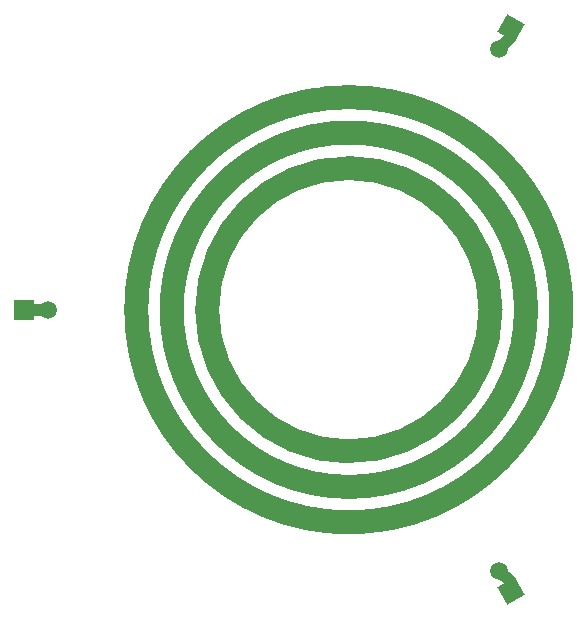
<source format=gbr>
%TF.GenerationSoftware,KiCad,Pcbnew,7.0.10*%
%TF.CreationDate,2024-02-11T22:45:08-05:00*%
%TF.ProjectId,bearing_inner_bottom,62656172-696e-4675-9f69-6e6e65725f62,rev?*%
%TF.SameCoordinates,Original*%
%TF.FileFunction,Copper,L2,Bot*%
%TF.FilePolarity,Positive*%
%FSLAX46Y46*%
G04 Gerber Fmt 4.6, Leading zero omitted, Abs format (unit mm)*
G04 Created by KiCad (PCBNEW 7.0.10) date 2024-02-11 22:45:08*
%MOMM*%
%LPD*%
G01*
G04 APERTURE LIST*
G04 Aperture macros list*
%AMRotRect*
0 Rectangle, with rotation*
0 The origin of the aperture is its center*
0 $1 length*
0 $2 width*
0 $3 Rotation angle, in degrees counterclockwise*
0 Add horizontal line*
21,1,$1,$2,0,0,$3*%
G04 Aperture macros list end*
%TA.AperFunction,NonConductor*%
%ADD10C,2.000000*%
%TD*%
%TA.AperFunction,ComponentPad*%
%ADD11C,1.500000*%
%TD*%
%TA.AperFunction,ComponentPad*%
%ADD12RotRect,1.700000X1.700000X60.000000*%
%TD*%
%TA.AperFunction,ComponentPad*%
%ADD13RotRect,1.700000X1.700000X300.000000*%
%TD*%
%TA.AperFunction,ComponentPad*%
%ADD14R,1.700000X1.700000*%
%TD*%
%TA.AperFunction,Conductor*%
%ADD15C,1.000000*%
%TD*%
G04 APERTURE END LIST*
D10*
X68000000Y-50000000D02*
G75*
G03*
X32000000Y-50000000I-18000000J0D01*
G01*
X32000000Y-50000000D02*
G75*
G03*
X68000000Y-50000000I18000000J0D01*
G01*
X62000000Y-50000000D02*
G75*
G03*
X38000000Y-50000000I-12000000J0D01*
G01*
X38000000Y-50000000D02*
G75*
G03*
X62000000Y-50000000I12000000J0D01*
G01*
X65000000Y-50000000D02*
G75*
G03*
X35000000Y-50000000I-15000000J0D01*
G01*
X35000000Y-50000000D02*
G75*
G03*
X65000000Y-50000000I15000000J0D01*
G01*
D11*
%TO.P,J107,1,Pin_1*%
%TO.N,N/C*%
X32000000Y-50000000D03*
%TD*%
%TO.P,J106,1,Pin_1*%
%TO.N,N/C*%
X62750000Y-72084000D03*
%TD*%
%TO.P,J104,1,Pin_1*%
%TO.N,N/C*%
X24500000Y-50000000D03*
%TD*%
%TO.P,J105,1,Pin_1*%
%TO.N,N/C*%
X62750000Y-27916000D03*
%TD*%
%TO.P,J108,1,Pin_1*%
%TO.N,N/C*%
X57500000Y-37010000D03*
%TD*%
D12*
%TO.P,J102,1,Pin_1*%
%TO.N,N/C*%
X63750000Y-26184000D03*
%TD*%
D13*
%TO.P,J103,1,Pin_1*%
%TO.N,N/C*%
X63750000Y-73816000D03*
%TD*%
D11*
%TO.P,J109,1,Pin_1*%
%TO.N,N/C*%
X56000000Y-60392000D03*
%TD*%
D14*
%TO.P,J101,1,Pin_1*%
%TO.N,N/C*%
X22500000Y-50000000D03*
%TD*%
D15*
%TO.N,*%
X63750000Y-73084000D02*
X62750000Y-72084000D01*
X63750000Y-73816000D02*
X63750000Y-73084000D01*
X63750000Y-26184000D02*
X63750000Y-26916000D01*
X24500000Y-50000000D02*
X22500000Y-50000000D01*
X63750000Y-26916000D02*
X62750000Y-27916000D01*
%TD*%
M02*

</source>
